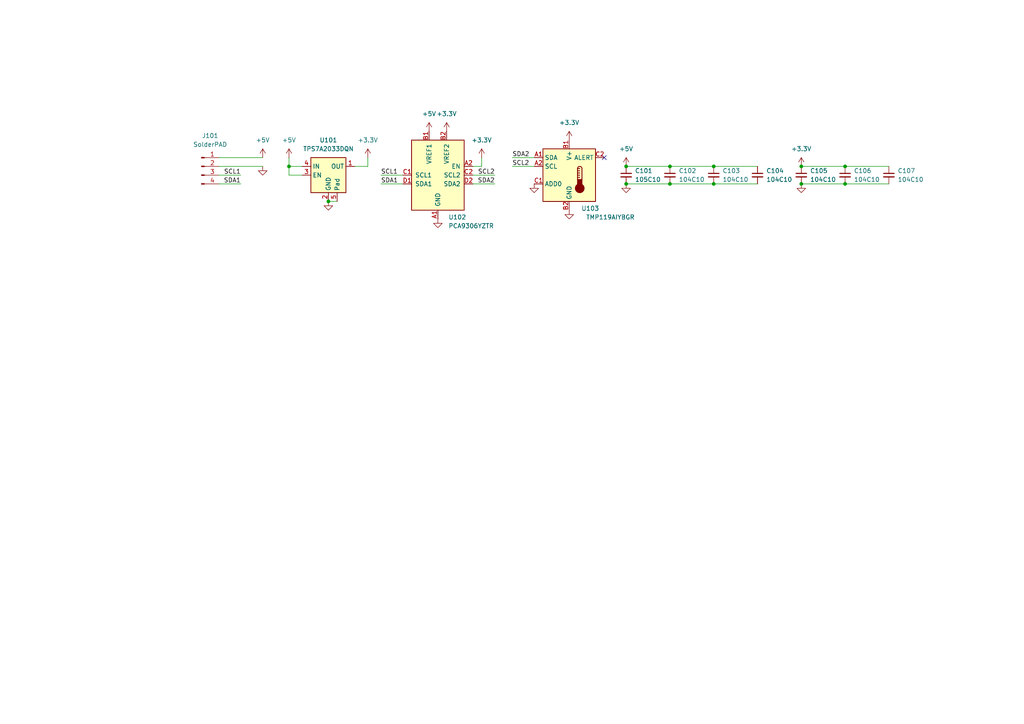
<source format=kicad_sch>
(kicad_sch
	(version 20231120)
	(generator "eeschema")
	(generator_version "8.0")
	(uuid "9f70de02-8abd-4ef2-8255-fff841c2ad6f")
	(paper "A4")
	(lib_symbols
		(symbol "Connector:Conn_01x04_Pin"
			(pin_names
				(offset 1.016) hide)
			(exclude_from_sim no)
			(in_bom yes)
			(on_board yes)
			(property "Reference" "J"
				(at 0 5.08 0)
				(effects
					(font
						(size 1.27 1.27)
					)
				)
			)
			(property "Value" "Conn_01x04_Pin"
				(at 0 -7.62 0)
				(effects
					(font
						(size 1.27 1.27)
					)
				)
			)
			(property "Footprint" ""
				(at 0 0 0)
				(effects
					(font
						(size 1.27 1.27)
					)
					(hide yes)
				)
			)
			(property "Datasheet" "~"
				(at 0 0 0)
				(effects
					(font
						(size 1.27 1.27)
					)
					(hide yes)
				)
			)
			(property "Description" "Generic connector, single row, 01x04, script generated"
				(at 0 0 0)
				(effects
					(font
						(size 1.27 1.27)
					)
					(hide yes)
				)
			)
			(property "ki_locked" ""
				(at 0 0 0)
				(effects
					(font
						(size 1.27 1.27)
					)
				)
			)
			(property "ki_keywords" "connector"
				(at 0 0 0)
				(effects
					(font
						(size 1.27 1.27)
					)
					(hide yes)
				)
			)
			(property "ki_fp_filters" "Connector*:*_1x??_*"
				(at 0 0 0)
				(effects
					(font
						(size 1.27 1.27)
					)
					(hide yes)
				)
			)
			(symbol "Conn_01x04_Pin_1_1"
				(polyline
					(pts
						(xy 1.27 -5.08) (xy 0.8636 -5.08)
					)
					(stroke
						(width 0.1524)
						(type default)
					)
					(fill
						(type none)
					)
				)
				(polyline
					(pts
						(xy 1.27 -2.54) (xy 0.8636 -2.54)
					)
					(stroke
						(width 0.1524)
						(type default)
					)
					(fill
						(type none)
					)
				)
				(polyline
					(pts
						(xy 1.27 0) (xy 0.8636 0)
					)
					(stroke
						(width 0.1524)
						(type default)
					)
					(fill
						(type none)
					)
				)
				(polyline
					(pts
						(xy 1.27 2.54) (xy 0.8636 2.54)
					)
					(stroke
						(width 0.1524)
						(type default)
					)
					(fill
						(type none)
					)
				)
				(rectangle
					(start 0.8636 -4.953)
					(end 0 -5.207)
					(stroke
						(width 0.1524)
						(type default)
					)
					(fill
						(type outline)
					)
				)
				(rectangle
					(start 0.8636 -2.413)
					(end 0 -2.667)
					(stroke
						(width 0.1524)
						(type default)
					)
					(fill
						(type outline)
					)
				)
				(rectangle
					(start 0.8636 0.127)
					(end 0 -0.127)
					(stroke
						(width 0.1524)
						(type default)
					)
					(fill
						(type outline)
					)
				)
				(rectangle
					(start 0.8636 2.667)
					(end 0 2.413)
					(stroke
						(width 0.1524)
						(type default)
					)
					(fill
						(type outline)
					)
				)
				(pin passive line
					(at 5.08 2.54 180)
					(length 3.81)
					(name "Pin_1"
						(effects
							(font
								(size 1.27 1.27)
							)
						)
					)
					(number "1"
						(effects
							(font
								(size 1.27 1.27)
							)
						)
					)
				)
				(pin passive line
					(at 5.08 0 180)
					(length 3.81)
					(name "Pin_2"
						(effects
							(font
								(size 1.27 1.27)
							)
						)
					)
					(number "2"
						(effects
							(font
								(size 1.27 1.27)
							)
						)
					)
				)
				(pin passive line
					(at 5.08 -2.54 180)
					(length 3.81)
					(name "Pin_3"
						(effects
							(font
								(size 1.27 1.27)
							)
						)
					)
					(number "3"
						(effects
							(font
								(size 1.27 1.27)
							)
						)
					)
				)
				(pin passive line
					(at 5.08 -5.08 180)
					(length 3.81)
					(name "Pin_4"
						(effects
							(font
								(size 1.27 1.27)
							)
						)
					)
					(number "4"
						(effects
							(font
								(size 1.27 1.27)
							)
						)
					)
				)
			)
		)
		(symbol "Device:C_Small"
			(pin_numbers hide)
			(pin_names
				(offset 0.254) hide)
			(exclude_from_sim no)
			(in_bom yes)
			(on_board yes)
			(property "Reference" "C"
				(at 0.254 1.778 0)
				(effects
					(font
						(size 1.27 1.27)
					)
					(justify left)
				)
			)
			(property "Value" "C_Small"
				(at 0.254 -2.032 0)
				(effects
					(font
						(size 1.27 1.27)
					)
					(justify left)
				)
			)
			(property "Footprint" ""
				(at 0 0 0)
				(effects
					(font
						(size 1.27 1.27)
					)
					(hide yes)
				)
			)
			(property "Datasheet" "~"
				(at 0 0 0)
				(effects
					(font
						(size 1.27 1.27)
					)
					(hide yes)
				)
			)
			(property "Description" "Unpolarized capacitor, small symbol"
				(at 0 0 0)
				(effects
					(font
						(size 1.27 1.27)
					)
					(hide yes)
				)
			)
			(property "ki_keywords" "capacitor cap"
				(at 0 0 0)
				(effects
					(font
						(size 1.27 1.27)
					)
					(hide yes)
				)
			)
			(property "ki_fp_filters" "C_*"
				(at 0 0 0)
				(effects
					(font
						(size 1.27 1.27)
					)
					(hide yes)
				)
			)
			(symbol "C_Small_0_1"
				(polyline
					(pts
						(xy -1.524 -0.508) (xy 1.524 -0.508)
					)
					(stroke
						(width 0.3302)
						(type default)
					)
					(fill
						(type none)
					)
				)
				(polyline
					(pts
						(xy -1.524 0.508) (xy 1.524 0.508)
					)
					(stroke
						(width 0.3048)
						(type default)
					)
					(fill
						(type none)
					)
				)
			)
			(symbol "C_Small_1_1"
				(pin passive line
					(at 0 2.54 270)
					(length 2.032)
					(name "~"
						(effects
							(font
								(size 1.27 1.27)
							)
						)
					)
					(number "1"
						(effects
							(font
								(size 1.27 1.27)
							)
						)
					)
				)
				(pin passive line
					(at 0 -2.54 90)
					(length 2.032)
					(name "~"
						(effects
							(font
								(size 1.27 1.27)
							)
						)
					)
					(number "2"
						(effects
							(font
								(size 1.27 1.27)
							)
						)
					)
				)
			)
		)
		(symbol "Interface:PCA9306"
			(pin_names
				(offset 1.016)
			)
			(exclude_from_sim no)
			(in_bom yes)
			(on_board yes)
			(property "Reference" "U2"
				(at 2.1941 -12.7 0)
				(effects
					(font
						(size 1.27 1.27)
					)
					(justify left)
				)
			)
			(property "Value" "PCA9306YZTR"
				(at 2.1941 -15.24 0)
				(effects
					(font
						(size 1.27 1.27)
					)
					(justify left)
				)
			)
			(property "Footprint" "Package_BGA:Texas_DSBGA-8_0.9x1.9mm_Layout2x4_P0.5mm"
				(at -10.16 8.89 0)
				(effects
					(font
						(size 1.27 1.27)
					)
					(hide yes)
				)
			)
			(property "Datasheet" "http://www.ti.com/lit/ds/symlink/pca9306.pdf"
				(at -15.494 26.416 0)
				(effects
					(font
						(size 1.27 1.27)
					)
					(hide yes)
				)
			)
			(property "Description" "Dual bidirectional I2C Bus and SMBus voltage level translator"
				(at -14.224 24.13 0)
				(effects
					(font
						(size 1.27 1.27)
					)
					(hide yes)
				)
			)
			(property "ki_keywords" "Dual bidirectional I2C Bus and SMBus voltage level translator"
				(at 0 0 0)
				(effects
					(font
						(size 1.27 1.27)
					)
					(hide yes)
				)
			)
			(property "ki_fp_filters" "SSOP*2.95x2.8mm*P0.65mm* VSSOP*2.3x2mm*P0.5mm* X2SON*1.4x1mm*P0.35mm*"
				(at 0 0 0)
				(effects
					(font
						(size 1.27 1.27)
					)
					(hide yes)
				)
			)
			(symbol "PCA9306_0_1"
				(rectangle
					(start -7.62 10.16)
					(end 7.62 -10.16)
					(stroke
						(width 0.254)
						(type default)
					)
					(fill
						(type background)
					)
				)
			)
			(symbol "PCA9306_1_1"
				(pin power_in line
					(at 0 -12.7 90)
					(length 2.54)
					(name "GND"
						(effects
							(font
								(size 1.27 1.27)
							)
						)
					)
					(number "A1"
						(effects
							(font
								(size 1.27 1.27)
							)
						)
					)
				)
				(pin input line
					(at 10.16 2.54 180)
					(length 2.54)
					(name "EN"
						(effects
							(font
								(size 1.27 1.27)
							)
						)
					)
					(number "A2"
						(effects
							(font
								(size 1.27 1.27)
							)
						)
					)
				)
				(pin power_in line
					(at -2.54 12.7 270)
					(length 2.54)
					(name "VREF1"
						(effects
							(font
								(size 1.27 1.27)
							)
						)
					)
					(number "B1"
						(effects
							(font
								(size 1.27 1.27)
							)
						)
					)
				)
				(pin power_in line
					(at 2.54 12.7 270)
					(length 2.54)
					(name "VREF2"
						(effects
							(font
								(size 1.27 1.27)
							)
						)
					)
					(number "B2"
						(effects
							(font
								(size 1.27 1.27)
							)
						)
					)
				)
				(pin bidirectional line
					(at -10.16 0 0)
					(length 2.54)
					(name "SCL1"
						(effects
							(font
								(size 1.27 1.27)
							)
						)
					)
					(number "C1"
						(effects
							(font
								(size 1.27 1.27)
							)
						)
					)
				)
				(pin bidirectional line
					(at 10.16 0 180)
					(length 2.54)
					(name "SCL2"
						(effects
							(font
								(size 1.27 1.27)
							)
						)
					)
					(number "C2"
						(effects
							(font
								(size 1.27 1.27)
							)
						)
					)
				)
				(pin bidirectional line
					(at -10.16 -2.54 0)
					(length 2.54)
					(name "SDA1"
						(effects
							(font
								(size 1.27 1.27)
							)
						)
					)
					(number "D1"
						(effects
							(font
								(size 1.27 1.27)
							)
						)
					)
				)
				(pin bidirectional line
					(at 10.16 -2.54 180)
					(length 2.54)
					(name "SDA2"
						(effects
							(font
								(size 1.27 1.27)
							)
						)
					)
					(number "D2"
						(effects
							(font
								(size 1.27 1.27)
							)
						)
					)
				)
			)
		)
		(symbol "Regulator_Linear:TPS7A20xxxDQN"
			(exclude_from_sim no)
			(in_bom yes)
			(on_board yes)
			(property "Reference" "U"
				(at -3.81 6.35 0)
				(effects
					(font
						(size 1.27 1.27)
					)
				)
			)
			(property "Value" "TPS7A20xxxDQN"
				(at 6.35 6.35 0)
				(effects
					(font
						(size 1.27 1.27)
					)
				)
			)
			(property "Footprint" "Package_SON:Texas_X2SON-4_1x1mm_P0.65mm"
				(at 0 8.89 0)
				(effects
					(font
						(size 1.27 1.27)
					)
					(hide yes)
				)
			)
			(property "Datasheet" "https://www.ti.com/lit/ds/symlink/tps7a20.pdf"
				(at 0 12.7 0)
				(effects
					(font
						(size 1.27 1.27)
					)
					(hide yes)
				)
			)
			(property "Description" "300 mA Low Dropout Voltage Regulator, Fixed Output, 1.6..6.0Vin, Low-Noise (7μV RMS), 6.5μA IQ LDO, X2SON-5"
				(at 0 0 0)
				(effects
					(font
						(size 1.27 1.27)
					)
					(hide yes)
				)
			)
			(property "ki_keywords" "Single Output LDO Texas-Instruments"
				(at 0 0 0)
				(effects
					(font
						(size 1.27 1.27)
					)
					(hide yes)
				)
			)
			(property "ki_fp_filters" "*X2SON*1x1mm*P0.65mm*"
				(at 0 0 0)
				(effects
					(font
						(size 1.27 1.27)
					)
					(hide yes)
				)
			)
			(symbol "TPS7A20xxxDQN_0_1"
				(rectangle
					(start -5.08 5.08)
					(end 5.08 -5.08)
					(stroke
						(width 0.254)
						(type default)
					)
					(fill
						(type background)
					)
				)
				(pin power_out line
					(at 7.62 2.54 180)
					(length 2.54)
					(name "OUT"
						(effects
							(font
								(size 1.27 1.27)
							)
						)
					)
					(number "1"
						(effects
							(font
								(size 1.27 1.27)
							)
						)
					)
				)
				(pin power_in line
					(at 0 -7.62 90)
					(length 2.54)
					(name "GND"
						(effects
							(font
								(size 1.27 1.27)
							)
						)
					)
					(number "2"
						(effects
							(font
								(size 1.27 1.27)
							)
						)
					)
				)
				(pin input line
					(at -7.62 0 0)
					(length 2.54)
					(name "EN"
						(effects
							(font
								(size 1.27 1.27)
							)
						)
					)
					(number "3"
						(effects
							(font
								(size 1.27 1.27)
							)
						)
					)
				)
				(pin power_in line
					(at -7.62 2.54 0)
					(length 2.54)
					(name "IN"
						(effects
							(font
								(size 1.27 1.27)
							)
						)
					)
					(number "4"
						(effects
							(font
								(size 1.27 1.27)
							)
						)
					)
				)
			)
			(symbol "TPS7A20xxxDQN_1_1"
				(pin passive line
					(at 2.54 -7.62 90)
					(length 2.54)
					(name "Pad"
						(effects
							(font
								(size 1.27 1.27)
							)
						)
					)
					(number "5"
						(effects
							(font
								(size 1.27 1.27)
							)
						)
					)
				)
			)
		)
		(symbol "Sensor_Temperature:TMP119AIYBGR"
			(exclude_from_sim no)
			(in_bom yes)
			(on_board yes)
			(property "Reference" "U"
				(at -2.54 10.795 0)
				(effects
					(font
						(size 1.27 1.27)
					)
					(justify right)
				)
			)
			(property "Value" "TMP119AIYBGR"
				(at -2.54 8.89 0)
				(effects
					(font
						(size 1.27 1.27)
					)
					(justify right)
				)
			)
			(property "Footprint" "Package_BGA:Texas_DSBGA-6_0.95x1.488mm_Layout2x3_P0.4mm"
				(at 1.27 -8.89 0)
				(effects
					(font
						(size 1.27 1.27)
					)
					(justify left)
					(hide yes)
				)
			)
			(property "Datasheet" "https://www.ti.com/lit/ds/symlink/tmp119.pdf"
				(at 1.27 -11.43 0)
				(effects
					(font
						(size 1.27 1.27)
					)
					(justify left)
					(hide yes)
				)
			)
			(property "Description" " Ultra-High Accuracy, Low-Power, Digital Temperature Sensor With SMBus and I2C-Compatible Interface, DSBGA-6"
				(at 0 0 0)
				(effects
					(font
						(size 1.27 1.27)
					)
					(hide yes)
				)
			)
			(property "ki_keywords" "digital temperature sensor i2c smbus"
				(at 0 0 0)
				(effects
					(font
						(size 1.27 1.27)
					)
					(hide yes)
				)
			)
			(property "ki_fp_filters" "Texas?DSBGA?6?0.95x1.488mm?Layout2x3?P0.4mm*"
				(at 0 0 0)
				(effects
					(font
						(size 1.27 1.27)
					)
					(hide yes)
				)
			)
			(symbol "TMP119AIYBGR_0_1"
				(rectangle
					(start -7.62 7.62)
					(end 7.62 -7.62)
					(stroke
						(width 0.254)
						(type default)
					)
					(fill
						(type background)
					)
				)
			)
			(symbol "TMP119AIYBGR_1_1"
				(polyline
					(pts
						(xy 2.413 -0.635) (xy 3.048 -0.635)
					)
					(stroke
						(width 0.254)
						(type default)
					)
					(fill
						(type none)
					)
				)
				(polyline
					(pts
						(xy 2.413 0) (xy 3.048 0)
					)
					(stroke
						(width 0.254)
						(type default)
					)
					(fill
						(type none)
					)
				)
				(polyline
					(pts
						(xy 2.413 0.635) (xy 3.048 0.635)
					)
					(stroke
						(width 0.254)
						(type default)
					)
					(fill
						(type none)
					)
				)
				(polyline
					(pts
						(xy 2.413 1.27) (xy 3.048 1.27)
					)
					(stroke
						(width 0.254)
						(type default)
					)
					(fill
						(type none)
					)
				)
				(polyline
					(pts
						(xy 2.413 1.905) (xy 2.413 -1.27)
					)
					(stroke
						(width 0.254)
						(type default)
					)
					(fill
						(type none)
					)
				)
				(polyline
					(pts
						(xy 2.413 1.905) (xy 3.048 1.905)
					)
					(stroke
						(width 0.254)
						(type default)
					)
					(fill
						(type none)
					)
				)
				(polyline
					(pts
						(xy 3.683 1.905) (xy 3.683 -1.27)
					)
					(stroke
						(width 0.254)
						(type default)
					)
					(fill
						(type none)
					)
				)
				(circle
					(center 3.048 -3.81)
					(radius 1.27)
					(stroke
						(width 0.254)
						(type default)
					)
					(fill
						(type outline)
					)
				)
				(rectangle
					(start 3.683 -3.175)
					(end 2.413 -1.27)
					(stroke
						(width 0.254)
						(type default)
					)
					(fill
						(type outline)
					)
				)
				(arc
					(start 3.683 1.905)
					(mid 3.048 2.5373)
					(end 2.413 1.905)
					(stroke
						(width 0.254)
						(type default)
					)
					(fill
						(type none)
					)
				)
				(pin bidirectional line
					(at -10.16 5.08 0)
					(length 2.54)
					(name "SDA"
						(effects
							(font
								(size 1.27 1.27)
							)
						)
					)
					(number "A1"
						(effects
							(font
								(size 1.27 1.27)
							)
						)
					)
				)
				(pin input line
					(at -10.16 2.54 0)
					(length 2.54)
					(name "SCL"
						(effects
							(font
								(size 1.27 1.27)
							)
						)
					)
					(number "A2"
						(effects
							(font
								(size 1.27 1.27)
							)
						)
					)
				)
				(pin power_in line
					(at 0 10.16 270)
					(length 2.54)
					(name "V+"
						(effects
							(font
								(size 1.27 1.27)
							)
						)
					)
					(number "B1"
						(effects
							(font
								(size 1.27 1.27)
							)
						)
					)
				)
				(pin power_in line
					(at 0 -10.16 90)
					(length 2.54)
					(name "GND"
						(effects
							(font
								(size 1.27 1.27)
							)
						)
					)
					(number "B2"
						(effects
							(font
								(size 1.27 1.27)
							)
						)
					)
				)
				(pin input line
					(at -10.16 -2.54 0)
					(length 2.54)
					(name "ADD0"
						(effects
							(font
								(size 1.27 1.27)
							)
						)
					)
					(number "C1"
						(effects
							(font
								(size 1.27 1.27)
							)
						)
					)
				)
				(pin open_collector line
					(at 10.16 5.08 180)
					(length 2.54)
					(name "ALERT"
						(effects
							(font
								(size 1.27 1.27)
							)
						)
					)
					(number "C2"
						(effects
							(font
								(size 1.27 1.27)
							)
						)
					)
				)
			)
		)
		(symbol "power:+3.3V"
			(power)
			(pin_numbers hide)
			(pin_names
				(offset 0) hide)
			(exclude_from_sim no)
			(in_bom yes)
			(on_board yes)
			(property "Reference" "#PWR"
				(at 0 -3.81 0)
				(effects
					(font
						(size 1.27 1.27)
					)
					(hide yes)
				)
			)
			(property "Value" "+3.3V"
				(at 0 3.556 0)
				(effects
					(font
						(size 1.27 1.27)
					)
				)
			)
			(property "Footprint" ""
				(at 0 0 0)
				(effects
					(font
						(size 1.27 1.27)
					)
					(hide yes)
				)
			)
			(property "Datasheet" ""
				(at 0 0 0)
				(effects
					(font
						(size 1.27 1.27)
					)
					(hide yes)
				)
			)
			(property "Description" "Power symbol creates a global label with name \"+3.3V\""
				(at 0 0 0)
				(effects
					(font
						(size 1.27 1.27)
					)
					(hide yes)
				)
			)
			(property "ki_keywords" "global power"
				(at 0 0 0)
				(effects
					(font
						(size 1.27 1.27)
					)
					(hide yes)
				)
			)
			(symbol "+3.3V_0_1"
				(polyline
					(pts
						(xy -0.762 1.27) (xy 0 2.54)
					)
					(stroke
						(width 0)
						(type default)
					)
					(fill
						(type none)
					)
				)
				(polyline
					(pts
						(xy 0 0) (xy 0 2.54)
					)
					(stroke
						(width 0)
						(type default)
					)
					(fill
						(type none)
					)
				)
				(polyline
					(pts
						(xy 0 2.54) (xy 0.762 1.27)
					)
					(stroke
						(width 0)
						(type default)
					)
					(fill
						(type none)
					)
				)
			)
			(symbol "+3.3V_1_1"
				(pin power_in line
					(at 0 0 90)
					(length 0)
					(name "~"
						(effects
							(font
								(size 1.27 1.27)
							)
						)
					)
					(number "1"
						(effects
							(font
								(size 1.27 1.27)
							)
						)
					)
				)
			)
		)
		(symbol "power:+5V"
			(power)
			(pin_numbers hide)
			(pin_names
				(offset 0) hide)
			(exclude_from_sim no)
			(in_bom yes)
			(on_board yes)
			(property "Reference" "#PWR"
				(at 0 -3.81 0)
				(effects
					(font
						(size 1.27 1.27)
					)
					(hide yes)
				)
			)
			(property "Value" "+5V"
				(at 0 3.556 0)
				(effects
					(font
						(size 1.27 1.27)
					)
				)
			)
			(property "Footprint" ""
				(at 0 0 0)
				(effects
					(font
						(size 1.27 1.27)
					)
					(hide yes)
				)
			)
			(property "Datasheet" ""
				(at 0 0 0)
				(effects
					(font
						(size 1.27 1.27)
					)
					(hide yes)
				)
			)
			(property "Description" "Power symbol creates a global label with name \"+5V\""
				(at 0 0 0)
				(effects
					(font
						(size 1.27 1.27)
					)
					(hide yes)
				)
			)
			(property "ki_keywords" "global power"
				(at 0 0 0)
				(effects
					(font
						(size 1.27 1.27)
					)
					(hide yes)
				)
			)
			(symbol "+5V_0_1"
				(polyline
					(pts
						(xy -0.762 1.27) (xy 0 2.54)
					)
					(stroke
						(width 0)
						(type default)
					)
					(fill
						(type none)
					)
				)
				(polyline
					(pts
						(xy 0 0) (xy 0 2.54)
					)
					(stroke
						(width 0)
						(type default)
					)
					(fill
						(type none)
					)
				)
				(polyline
					(pts
						(xy 0 2.54) (xy 0.762 1.27)
					)
					(stroke
						(width 0)
						(type default)
					)
					(fill
						(type none)
					)
				)
			)
			(symbol "+5V_1_1"
				(pin power_in line
					(at 0 0 90)
					(length 0)
					(name "~"
						(effects
							(font
								(size 1.27 1.27)
							)
						)
					)
					(number "1"
						(effects
							(font
								(size 1.27 1.27)
							)
						)
					)
				)
			)
		)
		(symbol "power:GND"
			(power)
			(pin_numbers hide)
			(pin_names
				(offset 0) hide)
			(exclude_from_sim no)
			(in_bom yes)
			(on_board yes)
			(property "Reference" "#PWR"
				(at 0 -6.35 0)
				(effects
					(font
						(size 1.27 1.27)
					)
					(hide yes)
				)
			)
			(property "Value" "GND"
				(at 0 -3.81 0)
				(effects
					(font
						(size 1.27 1.27)
					)
				)
			)
			(property "Footprint" ""
				(at 0 0 0)
				(effects
					(font
						(size 1.27 1.27)
					)
					(hide yes)
				)
			)
			(property "Datasheet" ""
				(at 0 0 0)
				(effects
					(font
						(size 1.27 1.27)
					)
					(hide yes)
				)
			)
			(property "Description" "Power symbol creates a global label with name \"GND\" , ground"
				(at 0 0 0)
				(effects
					(font
						(size 1.27 1.27)
					)
					(hide yes)
				)
			)
			(property "ki_keywords" "global power"
				(at 0 0 0)
				(effects
					(font
						(size 1.27 1.27)
					)
					(hide yes)
				)
			)
			(symbol "GND_0_1"
				(polyline
					(pts
						(xy 0 0) (xy 0 -1.27) (xy 1.27 -1.27) (xy 0 -2.54) (xy -1.27 -1.27) (xy 0 -1.27)
					)
					(stroke
						(width 0)
						(type default)
					)
					(fill
						(type none)
					)
				)
			)
			(symbol "GND_1_1"
				(pin power_in line
					(at 0 0 270)
					(length 0)
					(name "~"
						(effects
							(font
								(size 1.27 1.27)
							)
						)
					)
					(number "1"
						(effects
							(font
								(size 1.27 1.27)
							)
						)
					)
				)
			)
		)
	)
	(junction
		(at 245.11 53.34)
		(diameter 0)
		(color 0 0 0 0)
		(uuid "08d6baa1-7d8e-495c-895a-adb67b4722b0")
	)
	(junction
		(at 245.11 48.26)
		(diameter 0)
		(color 0 0 0 0)
		(uuid "10a5e243-2751-4b0f-87cc-76f08650dd24")
	)
	(junction
		(at 181.61 53.34)
		(diameter 0)
		(color 0 0 0 0)
		(uuid "205ca032-5759-4076-8351-e1124fac1fdd")
	)
	(junction
		(at 181.61 48.26)
		(diameter 0)
		(color 0 0 0 0)
		(uuid "354078f3-83fc-4e54-a6af-923fbd2db310")
	)
	(junction
		(at 207.01 48.26)
		(diameter 0)
		(color 0 0 0 0)
		(uuid "3f313f1b-edf2-470d-947c-4ccccaf67176")
	)
	(junction
		(at 232.41 53.34)
		(diameter 0)
		(color 0 0 0 0)
		(uuid "50d7217f-293f-47e3-b86c-8ff1267d888c")
	)
	(junction
		(at 194.31 53.34)
		(diameter 0)
		(color 0 0 0 0)
		(uuid "5c483370-2a70-4479-987e-0157fa81aac0")
	)
	(junction
		(at 83.82 48.26)
		(diameter 0)
		(color 0 0 0 0)
		(uuid "6d27ef98-28ac-4ccb-bbd1-2ec167bf6b54")
	)
	(junction
		(at 232.41 48.26)
		(diameter 0)
		(color 0 0 0 0)
		(uuid "779c929c-1aec-4dec-b67f-6e94ded099dc")
	)
	(junction
		(at 95.25 58.42)
		(diameter 0)
		(color 0 0 0 0)
		(uuid "9632c959-d5d7-43ea-a9a6-0f4532d5b11e")
	)
	(junction
		(at 194.31 48.26)
		(diameter 0)
		(color 0 0 0 0)
		(uuid "9f7c57ab-b2b6-403d-8cf4-6e01a35e8d57")
	)
	(junction
		(at 207.01 53.34)
		(diameter 0)
		(color 0 0 0 0)
		(uuid "e16c2db6-0b99-4ae5-8bef-e03cad75aea4")
	)
	(no_connect
		(at 175.26 45.72)
		(uuid "93414fb7-4d0f-4c2f-b544-5ed5119b6cfc")
	)
	(wire
		(pts
			(xy 137.16 48.26) (xy 139.7 48.26)
		)
		(stroke
			(width 0)
			(type default)
		)
		(uuid "08c3095b-baf5-44f8-b32f-0c5ba0499edf")
	)
	(wire
		(pts
			(xy 207.01 48.26) (xy 194.31 48.26)
		)
		(stroke
			(width 0)
			(type default)
		)
		(uuid "165df88c-8ff4-443e-8c40-6f868ce452c8")
	)
	(wire
		(pts
			(xy 102.87 48.26) (xy 106.68 48.26)
		)
		(stroke
			(width 0)
			(type default)
		)
		(uuid "21a68467-427f-4490-a0dd-5b37ea4f9670")
	)
	(wire
		(pts
			(xy 76.2 48.26) (xy 63.5 48.26)
		)
		(stroke
			(width 0)
			(type default)
		)
		(uuid "28a6fe20-d3ad-4359-ae90-bda5c5462f45")
	)
	(wire
		(pts
			(xy 207.01 53.34) (xy 194.31 53.34)
		)
		(stroke
			(width 0)
			(type default)
		)
		(uuid "2e2d54fe-b041-45e6-86ad-adfe265bee94")
	)
	(wire
		(pts
			(xy 139.7 48.26) (xy 139.7 45.72)
		)
		(stroke
			(width 0)
			(type default)
		)
		(uuid "4100c211-87ac-40d6-94ab-f1bdb2a47412")
	)
	(wire
		(pts
			(xy 106.68 48.26) (xy 106.68 45.72)
		)
		(stroke
			(width 0)
			(type default)
		)
		(uuid "42a88a75-e7f3-4b91-ba21-8fbd98d5e7f1")
	)
	(wire
		(pts
			(xy 245.11 48.26) (xy 257.81 48.26)
		)
		(stroke
			(width 0)
			(type default)
		)
		(uuid "448a1697-8ee6-4fc4-95ae-b55268a081b8")
	)
	(wire
		(pts
			(xy 232.41 53.34) (xy 245.11 53.34)
		)
		(stroke
			(width 0)
			(type default)
		)
		(uuid "49fb251e-f6e8-48d0-81b4-dc653663ae34")
	)
	(wire
		(pts
			(xy 97.79 58.42) (xy 95.25 58.42)
		)
		(stroke
			(width 0)
			(type default)
		)
		(uuid "502be720-fb98-41b9-accd-ebef3d9fae60")
	)
	(wire
		(pts
			(xy 69.85 50.8) (xy 63.5 50.8)
		)
		(stroke
			(width 0)
			(type default)
		)
		(uuid "68101817-3726-48df-8ba2-e72c975df6a5")
	)
	(wire
		(pts
			(xy 232.41 48.26) (xy 245.11 48.26)
		)
		(stroke
			(width 0)
			(type default)
		)
		(uuid "6ba2ccf0-b51e-4200-af74-72a8b5063f14")
	)
	(wire
		(pts
			(xy 219.71 53.34) (xy 207.01 53.34)
		)
		(stroke
			(width 0)
			(type default)
		)
		(uuid "73dbfe4d-3348-4537-b49a-8a94a2281166")
	)
	(wire
		(pts
			(xy 110.49 50.8) (xy 116.84 50.8)
		)
		(stroke
			(width 0)
			(type default)
		)
		(uuid "8188e7bc-7a8d-47c0-809e-e99e3bea734d")
	)
	(wire
		(pts
			(xy 143.51 50.8) (xy 137.16 50.8)
		)
		(stroke
			(width 0)
			(type default)
		)
		(uuid "82fa4171-0959-46bc-9eb5-6a4759f4f38d")
	)
	(wire
		(pts
			(xy 76.2 45.72) (xy 63.5 45.72)
		)
		(stroke
			(width 0)
			(type default)
		)
		(uuid "85eb42f0-2db7-4e58-b241-bcadb36cc276")
	)
	(wire
		(pts
			(xy 181.61 53.34) (xy 194.31 53.34)
		)
		(stroke
			(width 0)
			(type default)
		)
		(uuid "90c4d137-c707-4d31-a73c-c0f14a5912ae")
	)
	(wire
		(pts
			(xy 148.59 48.26) (xy 154.94 48.26)
		)
		(stroke
			(width 0)
			(type default)
		)
		(uuid "94c57bc8-44a9-473c-b01f-b696c2eeb23e")
	)
	(wire
		(pts
			(xy 83.82 48.26) (xy 83.82 45.72)
		)
		(stroke
			(width 0)
			(type default)
		)
		(uuid "9fa6ab93-bbc1-44e8-ac97-0ca70ddf0e1f")
	)
	(wire
		(pts
			(xy 143.51 53.34) (xy 137.16 53.34)
		)
		(stroke
			(width 0)
			(type default)
		)
		(uuid "b0c62de1-3af9-4348-b01a-21784d8d7b56")
	)
	(wire
		(pts
			(xy 148.59 45.72) (xy 154.94 45.72)
		)
		(stroke
			(width 0)
			(type default)
		)
		(uuid "b2353f17-9c0d-40e1-9ec6-145e9d8831da")
	)
	(wire
		(pts
			(xy 83.82 48.26) (xy 83.82 50.8)
		)
		(stroke
			(width 0)
			(type default)
		)
		(uuid "b8cc70cd-ccfd-43ff-ab56-3bc50513dea3")
	)
	(wire
		(pts
			(xy 110.49 53.34) (xy 116.84 53.34)
		)
		(stroke
			(width 0)
			(type default)
		)
		(uuid "c7f5f53d-500b-41b4-b6fb-e919af997483")
	)
	(wire
		(pts
			(xy 181.61 48.26) (xy 194.31 48.26)
		)
		(stroke
			(width 0)
			(type default)
		)
		(uuid "c82717c0-55b5-484c-96bf-0b7e0509fa7a")
	)
	(wire
		(pts
			(xy 245.11 53.34) (xy 257.81 53.34)
		)
		(stroke
			(width 0)
			(type default)
		)
		(uuid "cd305970-3951-4a5f-aaee-1b5c754ed72d")
	)
	(wire
		(pts
			(xy 219.71 48.26) (xy 207.01 48.26)
		)
		(stroke
			(width 0)
			(type default)
		)
		(uuid "d31d4bbb-a04f-4e3c-8ecd-17acead9ad07")
	)
	(wire
		(pts
			(xy 69.85 53.34) (xy 63.5 53.34)
		)
		(stroke
			(width 0)
			(type default)
		)
		(uuid "e84bc16b-bef2-4ffb-b07f-aec2bc2d67fd")
	)
	(wire
		(pts
			(xy 83.82 50.8) (xy 87.63 50.8)
		)
		(stroke
			(width 0)
			(type default)
		)
		(uuid "f495c918-8a81-42a0-971e-02d6d6934fb1")
	)
	(wire
		(pts
			(xy 87.63 48.26) (xy 83.82 48.26)
		)
		(stroke
			(width 0)
			(type default)
		)
		(uuid "f5d0e75b-428a-436f-a8d2-b22f3affc0af")
	)
	(label "SCL2"
		(at 143.51 50.8 180)
		(fields_autoplaced yes)
		(effects
			(font
				(size 1.27 1.27)
			)
			(justify right bottom)
		)
		(uuid "092d8396-dd8e-4f50-aff1-2dcd40647953")
	)
	(label "SDA2"
		(at 148.59 45.72 0)
		(fields_autoplaced yes)
		(effects
			(font
				(size 1.27 1.27)
			)
			(justify left bottom)
		)
		(uuid "5c9ab9cd-157c-4458-b3d9-d0d892c9b785")
	)
	(label "SCL1"
		(at 110.49 50.8 0)
		(fields_autoplaced yes)
		(effects
			(font
				(size 1.27 1.27)
			)
			(justify left bottom)
		)
		(uuid "608f8fbe-a2ca-4a04-9dd2-e30142d4242e")
	)
	(label "SCL1"
		(at 69.85 50.8 180)
		(fields_autoplaced yes)
		(effects
			(font
				(size 1.27 1.27)
			)
			(justify right bottom)
		)
		(uuid "666659e2-3d8d-4a48-862d-16f53764dbf4")
	)
	(label "SDA1"
		(at 69.85 53.34 180)
		(fields_autoplaced yes)
		(effects
			(font
				(size 1.27 1.27)
			)
			(justify right bottom)
		)
		(uuid "6c0b3ef1-7b48-4055-b681-59fb0312a705")
	)
	(label "SDA2"
		(at 143.51 53.34 180)
		(fields_autoplaced yes)
		(effects
			(font
				(size 1.27 1.27)
			)
			(justify right bottom)
		)
		(uuid "c3c11f9e-75e5-4937-9d61-1cb1cd4c49ae")
	)
	(label "SDA1"
		(at 110.49 53.34 0)
		(fields_autoplaced yes)
		(effects
			(font
				(size 1.27 1.27)
			)
			(justify left bottom)
		)
		(uuid "d54e8d2f-97a3-4a69-bda9-cf1fdbc40b3c")
	)
	(label "SCL2"
		(at 148.59 48.26 0)
		(fields_autoplaced yes)
		(effects
			(font
				(size 1.27 1.27)
			)
			(justify left bottom)
		)
		(uuid "ee061502-c085-47ee-9e35-4ea815edddbe")
	)
	(symbol
		(lib_id "Device:C_Small")
		(at 194.31 50.8 0)
		(unit 1)
		(exclude_from_sim no)
		(in_bom yes)
		(on_board yes)
		(dnp no)
		(fields_autoplaced yes)
		(uuid "0bea4d29-280b-44f6-b198-c2589e8ab700")
		(property "Reference" "C102"
			(at 196.85 49.5362 0)
			(effects
				(font
					(size 1.27 1.27)
				)
				(justify left)
			)
		)
		(property "Value" "104C10"
			(at 196.85 52.0762 0)
			(effects
				(font
					(size 1.27 1.27)
				)
				(justify left)
			)
		)
		(property "Footprint" "Capacitor_SMD:C_0201_0603Metric"
			(at 194.31 50.8 0)
			(effects
				(font
					(size 1.27 1.27)
				)
				(hide yes)
			)
		)
		(property "Datasheet" "GRM033R61A104KE15D"
			(at 194.31 50.8 0)
			(effects
				(font
					(size 1.27 1.27)
				)
				(hide yes)
			)
		)
		(property "Description" "Unpolarized capacitor, small symbol"
			(at 194.31 50.8 0)
			(effects
				(font
					(size 1.27 1.27)
				)
				(hide yes)
			)
		)
		(pin "1"
			(uuid "9da8e54f-9f0a-4b71-a6a6-1932bd041d0c")
		)
		(pin "2"
			(uuid "ef004ca7-0435-4004-b2e7-f4f57948f8ac")
		)
		(instances
			(project ""
				(path "/9f70de02-8abd-4ef2-8255-fff841c2ad6f"
					(reference "C102")
					(unit 1)
				)
			)
		)
	)
	(symbol
		(lib_id "power:+3.3V")
		(at 106.68 45.72 0)
		(unit 1)
		(exclude_from_sim no)
		(in_bom yes)
		(on_board yes)
		(dnp no)
		(fields_autoplaced yes)
		(uuid "0faa4d62-0782-4a13-8d83-782cea4847d4")
		(property "Reference" "#PWR0105"
			(at 106.68 49.53 0)
			(effects
				(font
					(size 1.27 1.27)
				)
				(hide yes)
			)
		)
		(property "Value" "+3.3V"
			(at 106.68 40.64 0)
			(effects
				(font
					(size 1.27 1.27)
				)
			)
		)
		(property "Footprint" ""
			(at 106.68 45.72 0)
			(effects
				(font
					(size 1.27 1.27)
				)
				(hide yes)
			)
		)
		(property "Datasheet" ""
			(at 106.68 45.72 0)
			(effects
				(font
					(size 1.27 1.27)
				)
				(hide yes)
			)
		)
		(property "Description" "Power symbol creates a global label with name \"+3.3V\""
			(at 106.68 45.72 0)
			(effects
				(font
					(size 1.27 1.27)
				)
				(hide yes)
			)
		)
		(pin "1"
			(uuid "f20fa150-28ec-49b8-8d7a-2625246313d3")
		)
		(instances
			(project ""
				(path "/9f70de02-8abd-4ef2-8255-fff841c2ad6f"
					(reference "#PWR0105")
					(unit 1)
				)
			)
		)
	)
	(symbol
		(lib_id "power:+3.3V")
		(at 129.54 38.1 0)
		(unit 1)
		(exclude_from_sim no)
		(in_bom yes)
		(on_board yes)
		(dnp no)
		(fields_autoplaced yes)
		(uuid "165e572c-3085-48a7-b2de-0fc2142c26d7")
		(property "Reference" "#PWR0108"
			(at 129.54 41.91 0)
			(effects
				(font
					(size 1.27 1.27)
				)
				(hide yes)
			)
		)
		(property "Value" "+3.3V"
			(at 129.54 33.02 0)
			(effects
				(font
					(size 1.27 1.27)
				)
			)
		)
		(property "Footprint" ""
			(at 129.54 38.1 0)
			(effects
				(font
					(size 1.27 1.27)
				)
				(hide yes)
			)
		)
		(property "Datasheet" ""
			(at 129.54 38.1 0)
			(effects
				(font
					(size 1.27 1.27)
				)
				(hide yes)
			)
		)
		(property "Description" "Power symbol creates a global label with name \"+3.3V\""
			(at 129.54 38.1 0)
			(effects
				(font
					(size 1.27 1.27)
				)
				(hide yes)
			)
		)
		(pin "1"
			(uuid "58754744-d73d-47b2-9ffb-4da7dfd0bf75")
		)
		(instances
			(project "I2C_TempSenser"
				(path "/9f70de02-8abd-4ef2-8255-fff841c2ad6f"
					(reference "#PWR0108")
					(unit 1)
				)
			)
		)
	)
	(symbol
		(lib_id "power:+3.3V")
		(at 232.41 48.26 0)
		(unit 1)
		(exclude_from_sim no)
		(in_bom yes)
		(on_board yes)
		(dnp no)
		(fields_autoplaced yes)
		(uuid "28acb723-d7b3-42fd-afa8-15b2c34d84ee")
		(property "Reference" "#PWR0115"
			(at 232.41 52.07 0)
			(effects
				(font
					(size 1.27 1.27)
				)
				(hide yes)
			)
		)
		(property "Value" "+3.3V"
			(at 232.41 43.18 0)
			(effects
				(font
					(size 1.27 1.27)
				)
			)
		)
		(property "Footprint" ""
			(at 232.41 48.26 0)
			(effects
				(font
					(size 1.27 1.27)
				)
				(hide yes)
			)
		)
		(property "Datasheet" ""
			(at 232.41 48.26 0)
			(effects
				(font
					(size 1.27 1.27)
				)
				(hide yes)
			)
		)
		(property "Description" "Power symbol creates a global label with name \"+3.3V\""
			(at 232.41 48.26 0)
			(effects
				(font
					(size 1.27 1.27)
				)
				(hide yes)
			)
		)
		(pin "1"
			(uuid "850c7281-af7e-4abf-935f-395f718eab38")
		)
		(instances
			(project "I2C_TempSenser"
				(path "/9f70de02-8abd-4ef2-8255-fff841c2ad6f"
					(reference "#PWR0115")
					(unit 1)
				)
			)
		)
	)
	(symbol
		(lib_id "Interface:PCA9306")
		(at 127 50.8 0)
		(unit 1)
		(exclude_from_sim no)
		(in_bom yes)
		(on_board yes)
		(dnp no)
		(uuid "3c2aaf2a-9d49-47cc-9495-748492ab5a5d")
		(property "Reference" "U102"
			(at 130.048 62.992 0)
			(effects
				(font
					(size 1.27 1.27)
				)
				(justify left)
			)
		)
		(property "Value" "PCA9306YZTR"
			(at 130.048 65.532 0)
			(effects
				(font
					(size 1.27 1.27)
				)
				(justify left)
			)
		)
		(property "Footprint" "Package_BGA:Texas_DSBGA-8_0.9x1.9mm_Layout2x4_P0.5mm"
			(at 116.84 41.91 0)
			(effects
				(font
					(size 1.27 1.27)
				)
				(hide yes)
			)
		)
		(property "Datasheet" "http://www.ti.com/lit/ds/symlink/pca9306.pdf"
			(at 111.506 24.384 0)
			(effects
				(font
					(size 1.27 1.27)
				)
				(hide yes)
			)
		)
		(property "Description" "Dual bidirectional I2C Bus and SMBus voltage level translator"
			(at 112.776 26.67 0)
			(effects
				(font
					(size 1.27 1.27)
				)
				(hide yes)
			)
		)
		(pin "D2"
			(uuid "5392a250-b3e4-4c11-ba7a-c487b96d5147")
		)
		(pin "A1"
			(uuid "70853d90-5150-4647-aa0a-4928df8f64f4")
		)
		(pin "A2"
			(uuid "2b082198-159a-4a78-b367-6a41a168d3b9")
		)
		(pin "B1"
			(uuid "df433ece-7294-4710-90ad-04ae22ff0a4f")
		)
		(pin "C1"
			(uuid "dd158e44-1383-4d0c-bcbe-c8095f85f9f2")
		)
		(pin "C2"
			(uuid "d20dd6c8-5e34-4ae6-a551-3e99ebc643ed")
		)
		(pin "D1"
			(uuid "9fe23331-d0b2-4147-a5f0-16958c05d5e2")
		)
		(pin "B2"
			(uuid "2ac6f9cf-086d-4f28-a2dc-2229a300f288")
		)
		(instances
			(project ""
				(path "/9f70de02-8abd-4ef2-8255-fff841c2ad6f"
					(reference "U102")
					(unit 1)
				)
			)
		)
	)
	(symbol
		(lib_id "Sensor_Temperature:TMP119AIYBGR")
		(at 165.1 50.8 0)
		(unit 1)
		(exclude_from_sim no)
		(in_bom yes)
		(on_board yes)
		(dnp no)
		(uuid "4a60c744-b3e0-4381-8998-39bb4434f1d8")
		(property "Reference" "U103"
			(at 171.196 60.452 0)
			(effects
				(font
					(size 1.27 1.27)
				)
			)
		)
		(property "Value" "TMP119AIYBGR"
			(at 177.038 62.992 0)
			(effects
				(font
					(size 1.27 1.27)
				)
			)
		)
		(property "Footprint" "Package_BGA:Texas_DSBGA-6_0.95x1.488mm_Layout2x3_P0.4mm"
			(at 166.37 59.69 0)
			(effects
				(font
					(size 1.27 1.27)
				)
				(justify left)
				(hide yes)
			)
		)
		(property "Datasheet" "https://www.ti.com/lit/ds/symlink/tmp119.pdf"
			(at 166.37 62.23 0)
			(effects
				(font
					(size 1.27 1.27)
				)
				(justify left)
				(hide yes)
			)
		)
		(property "Description" "Ultra-High Accuracy, Low-Power, Digital Temperature Sensor With SMBus and I2C-Compatible Interface, DSBGA-6"
			(at 165.1 50.8 0)
			(effects
				(font
					(size 1.27 1.27)
				)
				(hide yes)
			)
		)
		(pin "C1"
			(uuid "88544463-61e4-47d6-9f78-6f785d4dc593")
		)
		(pin "B2"
			(uuid "ebebeae4-fa34-4924-8a7f-e883d5f76c0b")
		)
		(pin "A2"
			(uuid "d265e27b-c606-4a1e-b254-ea58e08623bc")
		)
		(pin "C2"
			(uuid "906ef47d-8938-4373-9096-b0024d4901b1")
		)
		(pin "B1"
			(uuid "ecb0020d-4f0e-45f9-9b5b-e34719b12a57")
		)
		(pin "A1"
			(uuid "2e3fd63d-ba59-47e8-b3f8-4ed56ff6f3aa")
		)
		(instances
			(project ""
				(path "/9f70de02-8abd-4ef2-8255-fff841c2ad6f"
					(reference "U103")
					(unit 1)
				)
			)
		)
	)
	(symbol
		(lib_id "power:GND")
		(at 181.61 53.34 0)
		(unit 1)
		(exclude_from_sim no)
		(in_bom yes)
		(on_board yes)
		(dnp no)
		(fields_autoplaced yes)
		(uuid "4a614915-1abf-44ca-b6b9-9c797103a60c")
		(property "Reference" "#PWR0114"
			(at 181.61 59.69 0)
			(effects
				(font
					(size 1.27 1.27)
				)
				(hide yes)
			)
		)
		(property "Value" "GND"
			(at 181.61 58.42 0)
			(effects
				(font
					(size 1.27 1.27)
				)
				(hide yes)
			)
		)
		(property "Footprint" ""
			(at 181.61 53.34 0)
			(effects
				(font
					(size 1.27 1.27)
				)
				(hide yes)
			)
		)
		(property "Datasheet" ""
			(at 181.61 53.34 0)
			(effects
				(font
					(size 1.27 1.27)
				)
				(hide yes)
			)
		)
		(property "Description" "Power symbol creates a global label with name \"GND\" , ground"
			(at 181.61 53.34 0)
			(effects
				(font
					(size 1.27 1.27)
				)
				(hide yes)
			)
		)
		(pin "1"
			(uuid "fd6237b6-671c-49e1-abba-254cdf36aae0")
		)
		(instances
			(project "I2C_TempSenser"
				(path "/9f70de02-8abd-4ef2-8255-fff841c2ad6f"
					(reference "#PWR0114")
					(unit 1)
				)
			)
		)
	)
	(symbol
		(lib_id "Device:C_Small")
		(at 257.81 50.8 0)
		(unit 1)
		(exclude_from_sim no)
		(in_bom yes)
		(on_board yes)
		(dnp no)
		(fields_autoplaced yes)
		(uuid "5ba23195-5ff4-49a9-8a56-c7335fc058b3")
		(property "Reference" "C107"
			(at 260.35 49.5362 0)
			(effects
				(font
					(size 1.27 1.27)
				)
				(justify left)
			)
		)
		(property "Value" "104C10"
			(at 260.35 52.0762 0)
			(effects
				(font
					(size 1.27 1.27)
				)
				(justify left)
			)
		)
		(property "Footprint" "Capacitor_SMD:C_0201_0603Metric"
			(at 257.81 50.8 0)
			(effects
				(font
					(size 1.27 1.27)
				)
				(hide yes)
			)
		)
		(property "Datasheet" "GRM033R61A104KE15D"
			(at 257.81 50.8 0)
			(effects
				(font
					(size 1.27 1.27)
				)
				(hide yes)
			)
		)
		(property "Description" "Unpolarized capacitor, small symbol"
			(at 257.81 50.8 0)
			(effects
				(font
					(size 1.27 1.27)
				)
				(hide yes)
			)
		)
		(pin "1"
			(uuid "3eda8225-dc15-4631-8003-50180c33e76d")
		)
		(pin "2"
			(uuid "891d1aa0-949a-4cac-95b0-049f1929a4b6")
		)
		(instances
			(project "I2C_TempSenser"
				(path "/9f70de02-8abd-4ef2-8255-fff841c2ad6f"
					(reference "C107")
					(unit 1)
				)
			)
		)
	)
	(symbol
		(lib_id "Device:C_Small")
		(at 181.61 50.8 0)
		(unit 1)
		(exclude_from_sim no)
		(in_bom yes)
		(on_board yes)
		(dnp no)
		(fields_autoplaced yes)
		(uuid "5f30e629-fccc-4365-830b-206d59243f7a")
		(property "Reference" "C101"
			(at 184.15 49.5362 0)
			(effects
				(font
					(size 1.27 1.27)
				)
				(justify left)
			)
		)
		(property "Value" "105C10"
			(at 184.15 52.0762 0)
			(effects
				(font
					(size 1.27 1.27)
				)
				(justify left)
			)
		)
		(property "Footprint" "Capacitor_SMD:C_0201_0603Metric"
			(at 181.61 50.8 0)
			(effects
				(font
					(size 1.27 1.27)
				)
				(hide yes)
			)
		)
		(property "Datasheet" "GRM033R61A105ME44D"
			(at 181.61 50.8 0)
			(effects
				(font
					(size 1.27 1.27)
				)
				(hide yes)
			)
		)
		(property "Description" "Unpolarized capacitor, small symbol"
			(at 181.61 50.8 0)
			(effects
				(font
					(size 1.27 1.27)
				)
				(hide yes)
			)
		)
		(pin "1"
			(uuid "f8bebcdf-f085-4df1-a3ad-6421a153737c")
		)
		(pin "2"
			(uuid "c73286e0-a98d-4397-9b85-cdfcec3f8e83")
		)
		(instances
			(project "I2C_TempSenser"
				(path "/9f70de02-8abd-4ef2-8255-fff841c2ad6f"
					(reference "C101")
					(unit 1)
				)
			)
		)
	)
	(symbol
		(lib_id "Device:C_Small")
		(at 207.01 50.8 0)
		(unit 1)
		(exclude_from_sim no)
		(in_bom yes)
		(on_board yes)
		(dnp no)
		(fields_autoplaced yes)
		(uuid "61af7085-56ca-4d42-8d03-7d505d37c4f6")
		(property "Reference" "C103"
			(at 209.55 49.5362 0)
			(effects
				(font
					(size 1.27 1.27)
				)
				(justify left)
			)
		)
		(property "Value" "104C10"
			(at 209.55 52.0762 0)
			(effects
				(font
					(size 1.27 1.27)
				)
				(justify left)
			)
		)
		(property "Footprint" "Capacitor_SMD:C_0201_0603Metric"
			(at 207.01 50.8 0)
			(effects
				(font
					(size 1.27 1.27)
				)
				(hide yes)
			)
		)
		(property "Datasheet" "GRM033R61A104KE15D"
			(at 207.01 50.8 0)
			(effects
				(font
					(size 1.27 1.27)
				)
				(hide yes)
			)
		)
		(property "Description" "Unpolarized capacitor, small symbol"
			(at 207.01 50.8 0)
			(effects
				(font
					(size 1.27 1.27)
				)
				(hide yes)
			)
		)
		(pin "1"
			(uuid "e12f901e-6218-4eef-bafd-31998bdc832c")
		)
		(pin "2"
			(uuid "6623cd49-3e71-4285-b76f-6e7fd68266b6")
		)
		(instances
			(project "I2C_TempSenser"
				(path "/9f70de02-8abd-4ef2-8255-fff841c2ad6f"
					(reference "C103")
					(unit 1)
				)
			)
		)
	)
	(symbol
		(lib_id "power:+5V")
		(at 181.61 48.26 0)
		(unit 1)
		(exclude_from_sim no)
		(in_bom yes)
		(on_board yes)
		(dnp no)
		(fields_autoplaced yes)
		(uuid "6f1a97aa-3e93-4426-afa2-09ebb06b4d73")
		(property "Reference" "#PWR0113"
			(at 181.61 52.07 0)
			(effects
				(font
					(size 1.27 1.27)
				)
				(hide yes)
			)
		)
		(property "Value" "+5V"
			(at 181.61 43.18 0)
			(effects
				(font
					(size 1.27 1.27)
				)
			)
		)
		(property "Footprint" ""
			(at 181.61 48.26 0)
			(effects
				(font
					(size 1.27 1.27)
				)
				(hide yes)
			)
		)
		(property "Datasheet" ""
			(at 181.61 48.26 0)
			(effects
				(font
					(size 1.27 1.27)
				)
				(hide yes)
			)
		)
		(property "Description" "Power symbol creates a global label with name \"+5V\""
			(at 181.61 48.26 0)
			(effects
				(font
					(size 1.27 1.27)
				)
				(hide yes)
			)
		)
		(pin "1"
			(uuid "0827d002-c164-4081-9749-9f5d0bcb7581")
		)
		(instances
			(project "I2C_TempSenser"
				(path "/9f70de02-8abd-4ef2-8255-fff841c2ad6f"
					(reference "#PWR0113")
					(unit 1)
				)
			)
		)
	)
	(symbol
		(lib_id "Device:C_Small")
		(at 245.11 50.8 0)
		(unit 1)
		(exclude_from_sim no)
		(in_bom yes)
		(on_board yes)
		(dnp no)
		(fields_autoplaced yes)
		(uuid "6fc2726e-0b47-4db6-b97c-e804c869f3b6")
		(property "Reference" "C106"
			(at 247.65 49.5362 0)
			(effects
				(font
					(size 1.27 1.27)
				)
				(justify left)
			)
		)
		(property "Value" "104C10"
			(at 247.65 52.0762 0)
			(effects
				(font
					(size 1.27 1.27)
				)
				(justify left)
			)
		)
		(property "Footprint" "Capacitor_SMD:C_0201_0603Metric"
			(at 245.11 50.8 0)
			(effects
				(font
					(size 1.27 1.27)
				)
				(hide yes)
			)
		)
		(property "Datasheet" "GRM033R61A104KE15D"
			(at 245.11 50.8 0)
			(effects
				(font
					(size 1.27 1.27)
				)
				(hide yes)
			)
		)
		(property "Description" "Unpolarized capacitor, small symbol"
			(at 245.11 50.8 0)
			(effects
				(font
					(size 1.27 1.27)
				)
				(hide yes)
			)
		)
		(pin "1"
			(uuid "0b23f191-e5c7-4535-b251-acd1b04f3b1c")
		)
		(pin "2"
			(uuid "f2f7c616-3bc8-490e-952b-65518e5d1bcd")
		)
		(instances
			(project "I2C_TempSenser"
				(path "/9f70de02-8abd-4ef2-8255-fff841c2ad6f"
					(reference "C106")
					(unit 1)
				)
			)
		)
	)
	(symbol
		(lib_id "power:+3.3V")
		(at 165.1 40.64 0)
		(unit 1)
		(exclude_from_sim no)
		(in_bom yes)
		(on_board yes)
		(dnp no)
		(fields_autoplaced yes)
		(uuid "721acda0-cfc8-4995-b98d-5d47716c3120")
		(property "Reference" "#PWR0111"
			(at 165.1 44.45 0)
			(effects
				(font
					(size 1.27 1.27)
				)
				(hide yes)
			)
		)
		(property "Value" "+3.3V"
			(at 165.1 35.56 0)
			(effects
				(font
					(size 1.27 1.27)
				)
			)
		)
		(property "Footprint" ""
			(at 165.1 40.64 0)
			(effects
				(font
					(size 1.27 1.27)
				)
				(hide yes)
			)
		)
		(property "Datasheet" ""
			(at 165.1 40.64 0)
			(effects
				(font
					(size 1.27 1.27)
				)
				(hide yes)
			)
		)
		(property "Description" "Power symbol creates a global label with name \"+3.3V\""
			(at 165.1 40.64 0)
			(effects
				(font
					(size 1.27 1.27)
				)
				(hide yes)
			)
		)
		(pin "1"
			(uuid "bb1870db-92e4-41bc-a2f8-daa646780cba")
		)
		(instances
			(project "I2C_TempSenser"
				(path "/9f70de02-8abd-4ef2-8255-fff841c2ad6f"
					(reference "#PWR0111")
					(unit 1)
				)
			)
		)
	)
	(symbol
		(lib_id "power:GND")
		(at 165.1 60.96 0)
		(unit 1)
		(exclude_from_sim no)
		(in_bom yes)
		(on_board yes)
		(dnp no)
		(fields_autoplaced yes)
		(uuid "7c9059f1-f1a3-4a63-a81a-f19e77058996")
		(property "Reference" "#PWR0112"
			(at 165.1 67.31 0)
			(effects
				(font
					(size 1.27 1.27)
				)
				(hide yes)
			)
		)
		(property "Value" "GND"
			(at 165.1 66.04 0)
			(effects
				(font
					(size 1.27 1.27)
				)
				(hide yes)
			)
		)
		(property "Footprint" ""
			(at 165.1 60.96 0)
			(effects
				(font
					(size 1.27 1.27)
				)
				(hide yes)
			)
		)
		(property "Datasheet" ""
			(at 165.1 60.96 0)
			(effects
				(font
					(size 1.27 1.27)
				)
				(hide yes)
			)
		)
		(property "Description" "Power symbol creates a global label with name \"GND\" , ground"
			(at 165.1 60.96 0)
			(effects
				(font
					(size 1.27 1.27)
				)
				(hide yes)
			)
		)
		(pin "1"
			(uuid "1b6e6dc6-6ff1-40be-b226-615b4f6bb80f")
		)
		(instances
			(project "TestTool"
				(path "/9f70de02-8abd-4ef2-8255-fff841c2ad6f"
					(reference "#PWR0112")
					(unit 1)
				)
			)
		)
	)
	(symbol
		(lib_id "Connector:Conn_01x04_Pin")
		(at 58.42 48.26 0)
		(unit 1)
		(exclude_from_sim no)
		(in_bom yes)
		(on_board yes)
		(dnp no)
		(uuid "7cc6ec25-c246-4844-9aa8-8fc368c09565")
		(property "Reference" "J101"
			(at 60.96 39.37 0)
			(effects
				(font
					(size 1.27 1.27)
				)
			)
		)
		(property "Value" "SolderPAD"
			(at 60.96 41.91 0)
			(effects
				(font
					(size 1.27 1.27)
				)
			)
		)
		(property "Footprint" ""
			(at 58.42 48.26 0)
			(effects
				(font
					(size 1.27 1.27)
				)
				(hide yes)
			)
		)
		(property "Datasheet" "~"
			(at 58.42 48.26 0)
			(effects
				(font
					(size 1.27 1.27)
				)
				(hide yes)
			)
		)
		(property "Description" "Generic connector, single row, 01x04, script generated"
			(at 58.42 48.26 0)
			(effects
				(font
					(size 1.27 1.27)
				)
				(hide yes)
			)
		)
		(pin "1"
			(uuid "672538f9-b9ce-4022-bf40-48d4a48c07e9")
		)
		(pin "3"
			(uuid "920e8642-4447-4b9f-8c09-e22ba5d9f0f2")
		)
		(pin "4"
			(uuid "c034fe65-961d-46b0-8bb8-c2f0b87d9f89")
		)
		(pin "2"
			(uuid "5519f3e5-7fad-4d24-bc47-42d8702bb2d4")
		)
		(instances
			(project ""
				(path "/9f70de02-8abd-4ef2-8255-fff841c2ad6f"
					(reference "J101")
					(unit 1)
				)
			)
		)
	)
	(symbol
		(lib_id "power:+3.3V")
		(at 139.7 45.72 0)
		(unit 1)
		(exclude_from_sim no)
		(in_bom yes)
		(on_board yes)
		(dnp no)
		(fields_autoplaced yes)
		(uuid "84f0d159-fcd3-4c6c-923e-ad508fcaf72c")
		(property "Reference" "#PWR0109"
			(at 139.7 49.53 0)
			(effects
				(font
					(size 1.27 1.27)
				)
				(hide yes)
			)
		)
		(property "Value" "+3.3V"
			(at 139.7 40.64 0)
			(effects
				(font
					(size 1.27 1.27)
				)
			)
		)
		(property "Footprint" ""
			(at 139.7 45.72 0)
			(effects
				(font
					(size 1.27 1.27)
				)
				(hide yes)
			)
		)
		(property "Datasheet" ""
			(at 139.7 45.72 0)
			(effects
				(font
					(size 1.27 1.27)
				)
				(hide yes)
			)
		)
		(property "Description" "Power symbol creates a global label with name \"+3.3V\""
			(at 139.7 45.72 0)
			(effects
				(font
					(size 1.27 1.27)
				)
				(hide yes)
			)
		)
		(pin "1"
			(uuid "08dd8ee3-a9f6-4ec3-b597-7cec56366729")
		)
		(instances
			(project "I2C_TempSenser"
				(path "/9f70de02-8abd-4ef2-8255-fff841c2ad6f"
					(reference "#PWR0109")
					(unit 1)
				)
			)
		)
	)
	(symbol
		(lib_id "Device:C_Small")
		(at 219.71 50.8 0)
		(unit 1)
		(exclude_from_sim no)
		(in_bom yes)
		(on_board yes)
		(dnp no)
		(fields_autoplaced yes)
		(uuid "86de8874-9a7e-487e-9024-36e48da15a2a")
		(property "Reference" "C104"
			(at 222.25 49.5362 0)
			(effects
				(font
					(size 1.27 1.27)
				)
				(justify left)
			)
		)
		(property "Value" "104C10"
			(at 222.25 52.0762 0)
			(effects
				(font
					(size 1.27 1.27)
				)
				(justify left)
			)
		)
		(property "Footprint" "Capacitor_SMD:C_0201_0603Metric"
			(at 219.71 50.8 0)
			(effects
				(font
					(size 1.27 1.27)
				)
				(hide yes)
			)
		)
		(property "Datasheet" "GRM033R61A104KE15D"
			(at 219.71 50.8 0)
			(effects
				(font
					(size 1.27 1.27)
				)
				(hide yes)
			)
		)
		(property "Description" "Unpolarized capacitor, small symbol"
			(at 219.71 50.8 0)
			(effects
				(font
					(size 1.27 1.27)
				)
				(hide yes)
			)
		)
		(pin "1"
			(uuid "e830989e-b014-4ae4-b9df-294f750a8d6e")
		)
		(pin "2"
			(uuid "ebfea2a9-5028-434b-ac48-4236b4d372cc")
		)
		(instances
			(project "I2C_TempSenser"
				(path "/9f70de02-8abd-4ef2-8255-fff841c2ad6f"
					(reference "C104")
					(unit 1)
				)
			)
		)
	)
	(symbol
		(lib_id "power:+5V")
		(at 83.82 45.72 0)
		(unit 1)
		(exclude_from_sim no)
		(in_bom yes)
		(on_board yes)
		(dnp no)
		(fields_autoplaced yes)
		(uuid "99267716-00f3-4abc-9f0b-f2d51ab94b60")
		(property "Reference" "#PWR0103"
			(at 83.82 49.53 0)
			(effects
				(font
					(size 1.27 1.27)
				)
				(hide yes)
			)
		)
		(property "Value" "+5V"
			(at 83.82 40.64 0)
			(effects
				(font
					(size 1.27 1.27)
				)
			)
		)
		(property "Footprint" ""
			(at 83.82 45.72 0)
			(effects
				(font
					(size 1.27 1.27)
				)
				(hide yes)
			)
		)
		(property "Datasheet" ""
			(at 83.82 45.72 0)
			(effects
				(font
					(size 1.27 1.27)
				)
				(hide yes)
			)
		)
		(property "Description" "Power symbol creates a global label with name \"+5V\""
			(at 83.82 45.72 0)
			(effects
				(font
					(size 1.27 1.27)
				)
				(hide yes)
			)
		)
		(pin "1"
			(uuid "1439d122-c552-462b-a231-e6fee75daf66")
		)
		(instances
			(project "I2C_TempSenser"
				(path "/9f70de02-8abd-4ef2-8255-fff841c2ad6f"
					(reference "#PWR0103")
					(unit 1)
				)
			)
		)
	)
	(symbol
		(lib_id "power:GND")
		(at 95.25 58.42 0)
		(unit 1)
		(exclude_from_sim no)
		(in_bom yes)
		(on_board yes)
		(dnp no)
		(fields_autoplaced yes)
		(uuid "b126f9fc-a980-4445-93b2-0130693d8fb3")
		(property "Reference" "#PWR0104"
			(at 95.25 64.77 0)
			(effects
				(font
					(size 1.27 1.27)
				)
				(hide yes)
			)
		)
		(property "Value" "GND"
			(at 95.25 63.5 0)
			(effects
				(font
					(size 1.27 1.27)
				)
				(hide yes)
			)
		)
		(property "Footprint" ""
			(at 95.25 58.42 0)
			(effects
				(font
					(size 1.27 1.27)
				)
				(hide yes)
			)
		)
		(property "Datasheet" ""
			(at 95.25 58.42 0)
			(effects
				(font
					(size 1.27 1.27)
				)
				(hide yes)
			)
		)
		(property "Description" "Power symbol creates a global label with name \"GND\" , ground"
			(at 95.25 58.42 0)
			(effects
				(font
					(size 1.27 1.27)
				)
				(hide yes)
			)
		)
		(pin "1"
			(uuid "feca413d-8c4d-4002-b290-32e452e1b837")
		)
		(instances
			(project "I2C_TempSenser"
				(path "/9f70de02-8abd-4ef2-8255-fff841c2ad6f"
					(reference "#PWR0104")
					(unit 1)
				)
			)
		)
	)
	(symbol
		(lib_id "Device:C_Small")
		(at 232.41 50.8 0)
		(unit 1)
		(exclude_from_sim no)
		(in_bom yes)
		(on_board yes)
		(dnp no)
		(fields_autoplaced yes)
		(uuid "b2f5b639-026e-4a38-867a-519ad494a88a")
		(property "Reference" "C105"
			(at 234.95 49.5362 0)
			(effects
				(font
					(size 1.27 1.27)
				)
				(justify left)
			)
		)
		(property "Value" "104C10"
			(at 234.95 52.0762 0)
			(effects
				(font
					(size 1.27 1.27)
				)
				(justify left)
			)
		)
		(property "Footprint" "Capacitor_SMD:C_0201_0603Metric"
			(at 232.41 50.8 0)
			(effects
				(font
					(size 1.27 1.27)
				)
				(hide yes)
			)
		)
		(property "Datasheet" "GRM033R61A104KE15D"
			(at 232.41 50.8 0)
			(effects
				(font
					(size 1.27 1.27)
				)
				(hide yes)
			)
		)
		(property "Description" "Unpolarized capacitor, small symbol"
			(at 232.41 50.8 0)
			(effects
				(font
					(size 1.27 1.27)
				)
				(hide yes)
			)
		)
		(pin "1"
			(uuid "551518b1-99ef-4f82-ad4d-d586651b9ef2")
		)
		(pin "2"
			(uuid "0213cd5d-44fe-40a5-a9f0-e4eef4b88f54")
		)
		(instances
			(project "I2C_TempSenser"
				(path "/9f70de02-8abd-4ef2-8255-fff841c2ad6f"
					(reference "C105")
					(unit 1)
				)
			)
		)
	)
	(symbol
		(lib_id "power:+5V")
		(at 124.46 38.1 0)
		(unit 1)
		(exclude_from_sim no)
		(in_bom yes)
		(on_board yes)
		(dnp no)
		(fields_autoplaced yes)
		(uuid "b46fae1b-acb2-47af-9f5e-29cfdf8e6dd9")
		(property "Reference" "#PWR0106"
			(at 124.46 41.91 0)
			(effects
				(font
					(size 1.27 1.27)
				)
				(hide yes)
			)
		)
		(property "Value" "+5V"
			(at 124.46 33.02 0)
			(effects
				(font
					(size 1.27 1.27)
				)
			)
		)
		(property "Footprint" ""
			(at 124.46 38.1 0)
			(effects
				(font
					(size 1.27 1.27)
				)
				(hide yes)
			)
		)
		(property "Datasheet" ""
			(at 124.46 38.1 0)
			(effects
				(font
					(size 1.27 1.27)
				)
				(hide yes)
			)
		)
		(property "Description" "Power symbol creates a global label with name \"+5V\""
			(at 124.46 38.1 0)
			(effects
				(font
					(size 1.27 1.27)
				)
				(hide yes)
			)
		)
		(pin "1"
			(uuid "1089c619-9266-40a5-a734-f386934a00cc")
		)
		(instances
			(project "I2C_TempSenser"
				(path "/9f70de02-8abd-4ef2-8255-fff841c2ad6f"
					(reference "#PWR0106")
					(unit 1)
				)
			)
		)
	)
	(symbol
		(lib_id "power:+5V")
		(at 76.2 45.72 0)
		(unit 1)
		(exclude_from_sim no)
		(in_bom yes)
		(on_board yes)
		(dnp no)
		(fields_autoplaced yes)
		(uuid "c00c3d93-5305-4a67-b204-ca0366a9d924")
		(property "Reference" "#PWR0101"
			(at 76.2 49.53 0)
			(effects
				(font
					(size 1.27 1.27)
				)
				(hide yes)
			)
		)
		(property "Value" "+5V"
			(at 76.2 40.64 0)
			(effects
				(font
					(size 1.27 1.27)
				)
			)
		)
		(property "Footprint" ""
			(at 76.2 45.72 0)
			(effects
				(font
					(size 1.27 1.27)
				)
				(hide yes)
			)
		)
		(property "Datasheet" ""
			(at 76.2 45.72 0)
			(effects
				(font
					(size 1.27 1.27)
				)
				(hide yes)
			)
		)
		(property "Description" "Power symbol creates a global label with name \"+5V\""
			(at 76.2 45.72 0)
			(effects
				(font
					(size 1.27 1.27)
				)
				(hide yes)
			)
		)
		(pin "1"
			(uuid "96b40c52-84a7-43f8-b69b-e5bfbbdda3fb")
		)
		(instances
			(project "I2C_TempSenser"
				(path "/9f70de02-8abd-4ef2-8255-fff841c2ad6f"
					(reference "#PWR0101")
					(unit 1)
				)
			)
		)
	)
	(symbol
		(lib_id "power:GND")
		(at 76.2 48.26 0)
		(unit 1)
		(exclude_from_sim no)
		(in_bom yes)
		(on_board yes)
		(dnp no)
		(fields_autoplaced yes)
		(uuid "d1809efc-1312-4281-a571-ad9ad04a22a5")
		(property "Reference" "#PWR0102"
			(at 76.2 54.61 0)
			(effects
				(font
					(size 1.27 1.27)
				)
				(hide yes)
			)
		)
		(property "Value" "GND"
			(at 76.2 53.34 0)
			(effects
				(font
					(size 1.27 1.27)
				)
				(hide yes)
			)
		)
		(property "Footprint" ""
			(at 76.2 48.26 0)
			(effects
				(font
					(size 1.27 1.27)
				)
				(hide yes)
			)
		)
		(property "Datasheet" ""
			(at 76.2 48.26 0)
			(effects
				(font
					(size 1.27 1.27)
				)
				(hide yes)
			)
		)
		(property "Description" "Power symbol creates a global label with name \"GND\" , ground"
			(at 76.2 48.26 0)
			(effects
				(font
					(size 1.27 1.27)
				)
				(hide yes)
			)
		)
		(pin "1"
			(uuid "92120e0f-68c3-4614-8e47-d7b65f7453fb")
		)
		(instances
			(project "I2C_TempSenser"
				(path "/9f70de02-8abd-4ef2-8255-fff841c2ad6f"
					(reference "#PWR0102")
					(unit 1)
				)
			)
		)
	)
	(symbol
		(lib_id "power:GND")
		(at 154.94 53.34 0)
		(unit 1)
		(exclude_from_sim no)
		(in_bom yes)
		(on_board yes)
		(dnp no)
		(fields_autoplaced yes)
		(uuid "dc4262e1-e517-46ab-a51e-bab6c8edb2e1")
		(property "Reference" "#PWR0110"
			(at 154.94 59.69 0)
			(effects
				(font
					(size 1.27 1.27)
				)
				(hide yes)
			)
		)
		(property "Value" "GND"
			(at 154.94 58.42 0)
			(effects
				(font
					(size 1.27 1.27)
				)
				(hide yes)
			)
		)
		(property "Footprint" ""
			(at 154.94 53.34 0)
			(effects
				(font
					(size 1.27 1.27)
				)
				(hide yes)
			)
		)
		(property "Datasheet" ""
			(at 154.94 53.34 0)
			(effects
				(font
					(size 1.27 1.27)
				)
				(hide yes)
			)
		)
		(property "Description" "Power symbol creates a global label with name \"GND\" , ground"
			(at 154.94 53.34 0)
			(effects
				(font
					(size 1.27 1.27)
				)
				(hide yes)
			)
		)
		(pin "1"
			(uuid "490cf803-d74d-4e82-a9fd-b214e22dec99")
		)
		(instances
			(project "I2C_TempSenser"
				(path "/9f70de02-8abd-4ef2-8255-fff841c2ad6f"
					(reference "#PWR0110")
					(unit 1)
				)
			)
		)
	)
	(symbol
		(lib_id "power:GND")
		(at 127 63.5 0)
		(unit 1)
		(exclude_from_sim no)
		(in_bom yes)
		(on_board yes)
		(dnp no)
		(fields_autoplaced yes)
		(uuid "de32abf2-abd7-41a8-9cc8-495fdc13e0e0")
		(property "Reference" "#PWR0107"
			(at 127 69.85 0)
			(effects
				(font
					(size 1.27 1.27)
				)
				(hide yes)
			)
		)
		(property "Value" "GND"
			(at 127 68.58 0)
			(effects
				(font
					(size 1.27 1.27)
				)
				(hide yes)
			)
		)
		(property "Footprint" ""
			(at 127 63.5 0)
			(effects
				(font
					(size 1.27 1.27)
				)
				(hide yes)
			)
		)
		(property "Datasheet" ""
			(at 127 63.5 0)
			(effects
				(font
					(size 1.27 1.27)
				)
				(hide yes)
			)
		)
		(property "Description" "Power symbol creates a global label with name \"GND\" , ground"
			(at 127 63.5 0)
			(effects
				(font
					(size 1.27 1.27)
				)
				(hide yes)
			)
		)
		(pin "1"
			(uuid "43372f65-8b9f-4a45-824d-e38b981b5e2d")
		)
		(instances
			(project "I2C_TempSenser"
				(path "/9f70de02-8abd-4ef2-8255-fff841c2ad6f"
					(reference "#PWR0107")
					(unit 1)
				)
			)
		)
	)
	(symbol
		(lib_id "power:GND")
		(at 232.41 53.34 0)
		(unit 1)
		(exclude_from_sim no)
		(in_bom yes)
		(on_board yes)
		(dnp no)
		(fields_autoplaced yes)
		(uuid "ee78aaae-31fd-4618-bbba-de0ea4915dc7")
		(property "Reference" "#PWR0116"
			(at 232.41 59.69 0)
			(effects
				(font
					(size 1.27 1.27)
				)
				(hide yes)
			)
		)
		(property "Value" "GND"
			(at 232.41 58.42 0)
			(effects
				(font
					(size 1.27 1.27)
				)
				(hide yes)
			)
		)
		(property "Footprint" ""
			(at 232.41 53.34 0)
			(effects
				(font
					(size 1.27 1.27)
				)
				(hide yes)
			)
		)
		(property "Datasheet" ""
			(at 232.41 53.34 0)
			(effects
				(font
					(size 1.27 1.27)
				)
				(hide yes)
			)
		)
		(property "Description" "Power symbol creates a global label with name \"GND\" , ground"
			(at 232.41 53.34 0)
			(effects
				(font
					(size 1.27 1.27)
				)
				(hide yes)
			)
		)
		(pin "1"
			(uuid "f924a455-047c-4add-a04f-323bb1ea1caa")
		)
		(instances
			(project "I2C_TempSenser"
				(path "/9f70de02-8abd-4ef2-8255-fff841c2ad6f"
					(reference "#PWR0116")
					(unit 1)
				)
			)
		)
	)
	(symbol
		(lib_id "Regulator_Linear:TPS7A20xxxDQN")
		(at 95.25 50.8 0)
		(unit 1)
		(exclude_from_sim no)
		(in_bom yes)
		(on_board yes)
		(dnp no)
		(fields_autoplaced yes)
		(uuid "f4fd4658-25ae-46b8-8e76-9ad38035a5c5")
		(property "Reference" "U101"
			(at 95.25 40.64 0)
			(effects
				(font
					(size 1.27 1.27)
				)
			)
		)
		(property "Value" "TPS7A2033DQN"
			(at 95.25 43.18 0)
			(effects
				(font
					(size 1.27 1.27)
				)
			)
		)
		(property "Footprint" "Package_SON:Texas_X2SON-4_1x1mm_P0.65mm"
			(at 95.25 41.91 0)
			(effects
				(font
					(size 1.27 1.27)
				)
				(hide yes)
			)
		)
		(property "Datasheet" "https://www.ti.com/lit/ds/symlink/tps7a20.pdf"
			(at 95.25 38.1 0)
			(effects
				(font
					(size 1.27 1.27)
				)
				(hide yes)
			)
		)
		(property "Description" "300 mA Low Dropout Voltage Regulator, Fixed Output, 1.6..6.0Vin, Low-Noise (7μV RMS), 6.5μA IQ LDO, X2SON-5"
			(at 95.25 50.8 0)
			(effects
				(font
					(size 1.27 1.27)
				)
				(hide yes)
			)
		)
		(pin "4"
			(uuid "53bafd9a-1796-4af1-b3e4-b234c984e0bc")
		)
		(pin "2"
			(uuid "a0581b21-d1f4-4397-a0ab-abbc547a95bf")
		)
		(pin "5"
			(uuid "91917d18-ba49-4ea1-ac7d-8c879a643fa5")
		)
		(pin "1"
			(uuid "2ef05ef7-12ca-495b-904c-b0e70b03bfdd")
		)
		(pin "3"
			(uuid "134352be-7e9c-4ac7-891f-47b73c571085")
		)
		(instances
			(project ""
				(path "/9f70de02-8abd-4ef2-8255-fff841c2ad6f"
					(reference "U101")
					(unit 1)
				)
			)
		)
	)
	(sheet_instances
		(path "/"
			(page "1")
		)
	)
)

</source>
